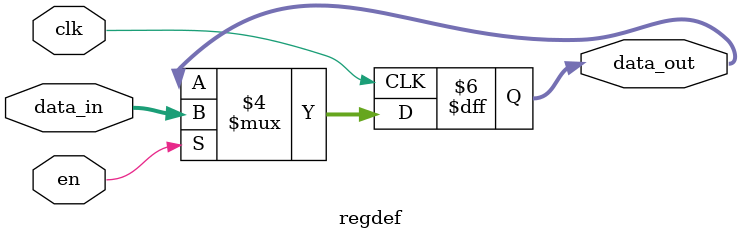
<source format=v>
`timescale 1ns / 1ps


module regdef#(
parameter WIDTH = 6
)(
input clk,
input en,    //1ÓÐÐ§
input [WIDTH-1:0] data_in,    //ÊäÈë
output reg [WIDTH-1:0] data_out    //Êä³ö
    );

always@(posedge clk)
begin
    if(!en)
        data_out <= data_out;//?
    else 
        data_out <= data_in;
end
endmodule

</source>
